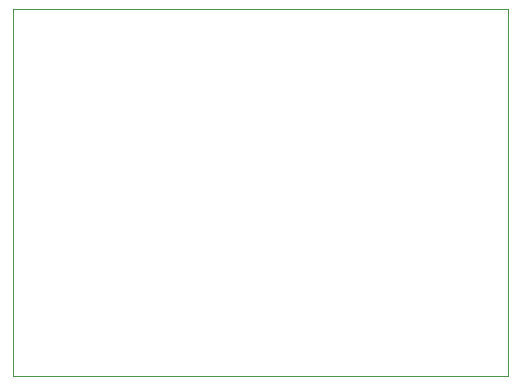
<source format=gko>
%TF.GenerationSoftware,KiCad,Pcbnew,5.1.9*%
%TF.CreationDate,2021-02-07T15:24:09+01:00*%
%TF.ProjectId,detector_wiring,64657465-6374-46f7-925f-776972696e67,rev?*%
%TF.SameCoordinates,Original*%
%TF.FileFunction,Profile,NP*%
%FSLAX46Y46*%
G04 Gerber Fmt 4.6, Leading zero omitted, Abs format (unit mm)*
G04 Created by KiCad (PCBNEW 5.1.9) date 2021-02-07 15:24:09*
%MOMM*%
%LPD*%
G01*
G04 APERTURE LIST*
%TA.AperFunction,Profile*%
%ADD10C,0.050000*%
%TD*%
G04 APERTURE END LIST*
D10*
X107315000Y-77470000D02*
X107315000Y-108585000D01*
X149225000Y-77470000D02*
X107315000Y-77470000D01*
X149225000Y-108585000D02*
X149225000Y-77470000D01*
X107315000Y-108585000D02*
X149225000Y-108585000D01*
M02*

</source>
